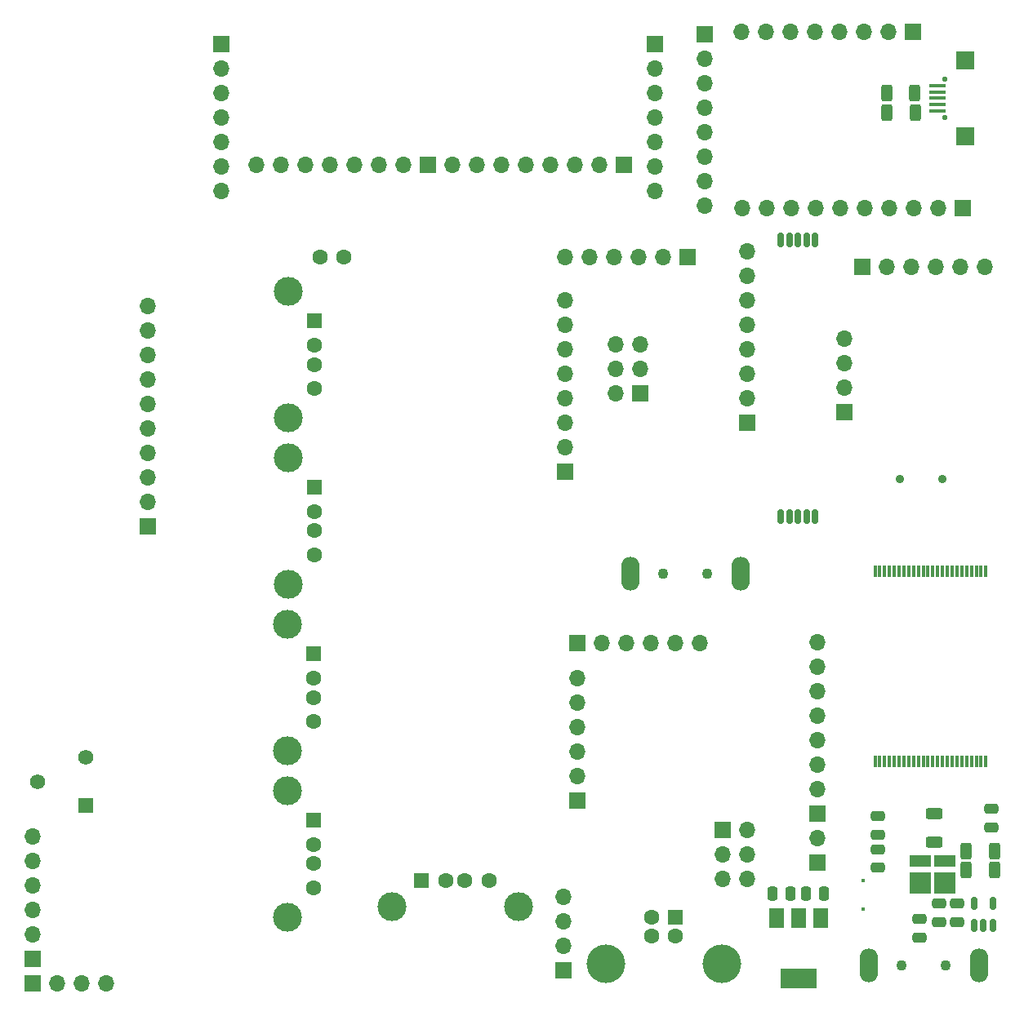
<source format=gbr>
%TF.GenerationSoftware,KiCad,Pcbnew,(6.0.5)*%
%TF.CreationDate,2023-05-31T00:43:39+03:00*%
%TF.ProjectId,JLC1,4a4c4331-2e6b-4696-9361-645f70636258,rev?*%
%TF.SameCoordinates,Original*%
%TF.FileFunction,Soldermask,Bot*%
%TF.FilePolarity,Negative*%
%FSLAX46Y46*%
G04 Gerber Fmt 4.6, Leading zero omitted, Abs format (unit mm)*
G04 Created by KiCad (PCBNEW (6.0.5)) date 2023-05-31 00:43:39*
%MOMM*%
%LPD*%
G01*
G04 APERTURE LIST*
G04 Aperture macros list*
%AMRoundRect*
0 Rectangle with rounded corners*
0 $1 Rounding radius*
0 $2 $3 $4 $5 $6 $7 $8 $9 X,Y pos of 4 corners*
0 Add a 4 corners polygon primitive as box body*
4,1,4,$2,$3,$4,$5,$6,$7,$8,$9,$2,$3,0*
0 Add four circle primitives for the rounded corners*
1,1,$1+$1,$2,$3*
1,1,$1+$1,$4,$5*
1,1,$1+$1,$6,$7*
1,1,$1+$1,$8,$9*
0 Add four rect primitives between the rounded corners*
20,1,$1+$1,$2,$3,$4,$5,0*
20,1,$1+$1,$4,$5,$6,$7,0*
20,1,$1+$1,$6,$7,$8,$9,0*
20,1,$1+$1,$8,$9,$2,$3,0*%
G04 Aperture macros list end*
%ADD10R,1.600000X1.600000*%
%ADD11C,1.600000*%
%ADD12C,4.000000*%
%ADD13R,1.700000X1.700000*%
%ADD14O,1.700000X1.700000*%
%ADD15R,1.500000X1.600000*%
%ADD16C,3.000000*%
%ADD17R,1.600000X1.500000*%
%ADD18C,0.425000*%
%ADD19C,0.900000*%
%ADD20C,1.100000*%
%ADD21O,1.900000X3.500000*%
%ADD22RoundRect,0.175000X0.175000X0.575000X-0.175000X0.575000X-0.175000X-0.575000X0.175000X-0.575000X0*%
%ADD23R,2.200000X2.200000*%
%ADD24R,2.200000X1.250000*%
%ADD25RoundRect,0.250000X0.475000X-0.250000X0.475000X0.250000X-0.475000X0.250000X-0.475000X-0.250000X0*%
%ADD26RoundRect,0.250000X0.312500X0.625000X-0.312500X0.625000X-0.312500X-0.625000X0.312500X-0.625000X0*%
%ADD27RoundRect,0.150000X0.150000X-0.512500X0.150000X0.512500X-0.150000X0.512500X-0.150000X-0.512500X0*%
%ADD28R,1.500000X2.000000*%
%ADD29R,3.800000X2.000000*%
%ADD30RoundRect,0.250000X-0.250000X-0.475000X0.250000X-0.475000X0.250000X0.475000X-0.250000X0.475000X0*%
%ADD31R,0.300000X1.275000*%
%ADD32RoundRect,0.250000X-0.312500X-0.625000X0.312500X-0.625000X0.312500X0.625000X-0.312500X0.625000X0*%
%ADD33C,0.550000*%
%ADD34R,1.800000X0.400000*%
%ADD35R,1.900000X1.900000*%
%ADD36R,1.560000X1.560000*%
%ADD37C,1.560000*%
%ADD38RoundRect,0.250000X0.625000X-0.312500X0.625000X0.312500X-0.625000X0.312500X-0.625000X-0.312500X0*%
G04 APERTURE END LIST*
D10*
%TO.C,USB*%
X172314500Y-124345000D03*
D11*
X169814500Y-124345000D03*
X169814500Y-126345000D03*
X172314500Y-126345000D03*
D12*
X177064500Y-129205000D03*
X165064500Y-129205000D03*
%TD*%
D13*
%TO.C,REF\u002A\u002A*%
X105660000Y-128670000D03*
D14*
X105660000Y-126130000D03*
X105660000Y-123590000D03*
X105660000Y-121050000D03*
X105660000Y-118510000D03*
X105660000Y-115970000D03*
%TD*%
D13*
%TO.C,REF\u002A\u002A*%
X170200000Y-33745600D03*
D14*
X170200000Y-36285600D03*
X170200000Y-38825600D03*
X170200000Y-41365600D03*
X170200000Y-43905600D03*
X170200000Y-46445600D03*
X170200000Y-48985600D03*
%TD*%
D13*
%TO.C,REF\u002A\u002A*%
X173545000Y-55845000D03*
D14*
X171005000Y-55845000D03*
X168465000Y-55845000D03*
X165925000Y-55845000D03*
X163385000Y-55845000D03*
X160845000Y-55845000D03*
%TD*%
D13*
%TO.C,REF\u002A\u002A*%
X146665872Y-46332500D03*
D14*
X144125872Y-46332500D03*
X141585872Y-46332500D03*
X139045872Y-46332500D03*
X136505872Y-46332500D03*
X133965872Y-46332500D03*
X131425872Y-46332500D03*
X128885872Y-46332500D03*
%TD*%
D11*
%TO.C,22pF*%
X135445000Y-55895000D03*
X137945000Y-55895000D03*
%TD*%
D15*
%TO.C,USB1*%
X134780000Y-114290000D03*
D11*
X134780000Y-116790000D03*
X134780000Y-118790000D03*
X134780000Y-121290000D03*
D16*
X132070000Y-111220000D03*
X132070000Y-124360000D03*
%TD*%
D13*
%TO.C,REF\u002A\u002A*%
X187014500Y-113595000D03*
D14*
X187014500Y-111055000D03*
X187014500Y-108515000D03*
X187014500Y-105975000D03*
X187014500Y-103435000D03*
X187014500Y-100895000D03*
X187014500Y-98355000D03*
X187014500Y-95815000D03*
%TD*%
D13*
%TO.C,REF\u002A\u002A*%
X179720000Y-73060000D03*
D14*
X179720000Y-70520000D03*
X179720000Y-67980000D03*
X179720000Y-65440000D03*
X179720000Y-62900000D03*
X179720000Y-60360000D03*
X179720000Y-57820000D03*
X179720000Y-55280000D03*
%TD*%
D13*
%TO.C,REF\u002A\u002A*%
X189795000Y-71953750D03*
D14*
X189795000Y-69413750D03*
X189795000Y-66873750D03*
X189795000Y-64333750D03*
%TD*%
D13*
%TO.C,REF\u002A\u002A*%
X162135000Y-112276400D03*
D14*
X162135000Y-109736400D03*
X162135000Y-107196400D03*
X162135000Y-104656400D03*
X162135000Y-102116400D03*
X162135000Y-99576400D03*
%TD*%
D13*
%TO.C,REF\u002A\u002A*%
X177160000Y-115264000D03*
D14*
X179700000Y-115264000D03*
X177160000Y-117804000D03*
X179700000Y-117804000D03*
X177160000Y-120344000D03*
X179700000Y-120344000D03*
%TD*%
D13*
%TO.C,REF\u002A\u002A*%
X105640000Y-131240000D03*
D14*
X108180000Y-131240000D03*
X110720000Y-131240000D03*
X113260000Y-131240000D03*
%TD*%
D15*
%TO.C,USB2*%
X134805000Y-97040000D03*
D11*
X134805000Y-99540000D03*
X134805000Y-101540000D03*
X134805000Y-104040000D03*
D16*
X132095000Y-93970000D03*
X132095000Y-107110000D03*
%TD*%
D13*
%TO.C,REF\u002A\u002A*%
X166965872Y-46332500D03*
D14*
X164425872Y-46332500D03*
X161885872Y-46332500D03*
X159345872Y-46332500D03*
X156805872Y-46332500D03*
X154265872Y-46332500D03*
X151725872Y-46332500D03*
X149185872Y-46332500D03*
%TD*%
D13*
%TO.C,REF\u002A\u002A*%
X162089500Y-95870000D03*
D14*
X164629500Y-95870000D03*
X167169500Y-95870000D03*
X169709500Y-95870000D03*
X172249500Y-95870000D03*
X174789500Y-95870000D03*
%TD*%
D17*
%TO.C,USB_0*%
X145970000Y-120560000D03*
D11*
X148470000Y-120560000D03*
X150470000Y-120560000D03*
X152970000Y-120560000D03*
D16*
X142900000Y-123270000D03*
X156040000Y-123270000D03*
%TD*%
D18*
%TO.C,SW1*%
X191735000Y-120525000D03*
X191735000Y-123525000D03*
%TD*%
D13*
%TO.C,REF\u002A\u002A*%
X160870000Y-78145000D03*
D14*
X160870000Y-75605000D03*
X160870000Y-73065000D03*
X160870000Y-70525000D03*
X160870000Y-67985000D03*
X160870000Y-65445000D03*
X160870000Y-62905000D03*
X160870000Y-60365000D03*
%TD*%
D13*
%TO.C,REF\u002A\u002A*%
X125220000Y-33732500D03*
D14*
X125220000Y-36272500D03*
X125220000Y-38812500D03*
X125220000Y-41352500D03*
X125220000Y-43892500D03*
X125220000Y-46432500D03*
X125220000Y-48972500D03*
%TD*%
D13*
%TO.C,REF\u002A\u002A*%
X160664500Y-129830000D03*
D14*
X160664500Y-127290000D03*
X160664500Y-124750000D03*
X160664500Y-122210000D03*
%TD*%
D13*
%TO.C,-BAT+*%
X187014500Y-118695000D03*
D14*
X187014500Y-116155000D03*
%TD*%
D19*
%TO.C,USB*%
X195545000Y-78926250D03*
X199945000Y-78926250D03*
%TD*%
D13*
%TO.C,REF\u002A\u002A*%
X202070000Y-50745000D03*
D14*
X199530000Y-50745000D03*
X196990000Y-50745000D03*
X194450000Y-50745000D03*
X191910000Y-50745000D03*
X189370000Y-50745000D03*
X186830000Y-50745000D03*
X184290000Y-50745000D03*
X181750000Y-50745000D03*
X179210000Y-50745000D03*
%TD*%
D20*
%TO.C,J1*%
X195735000Y-129325000D03*
X200335000Y-129325000D03*
D21*
X192335000Y-129325000D03*
X203735000Y-129325000D03*
%TD*%
D20*
%TO.C,USB_0*%
X175620000Y-88688750D03*
X171020000Y-88688750D03*
D21*
X179020000Y-88688750D03*
X167620000Y-88688750D03*
%TD*%
D13*
%TO.C,REF\u002A\u002A*%
X191680000Y-56876250D03*
D14*
X194220000Y-56876250D03*
X196760000Y-56876250D03*
X199300000Y-56876250D03*
X201840000Y-56876250D03*
X204380000Y-56876250D03*
%TD*%
D13*
%TO.C,REF\u002A\u002A*%
X175345000Y-32720000D03*
D14*
X175345000Y-35260000D03*
X175345000Y-37800000D03*
X175345000Y-40340000D03*
X175345000Y-42880000D03*
X175345000Y-45420000D03*
X175345000Y-47960000D03*
X175345000Y-50500000D03*
%TD*%
D15*
%TO.C,USB3*%
X134830000Y-79745000D03*
D11*
X134830000Y-82245000D03*
X134830000Y-84245000D03*
X134830000Y-86745000D03*
D16*
X132120000Y-89815000D03*
X132120000Y-76675000D03*
%TD*%
D13*
%TO.C,REF\u002A\u002A*%
X168620000Y-70020000D03*
D14*
X166080000Y-70020000D03*
X168620000Y-67480000D03*
X166080000Y-67480000D03*
X168620000Y-64940000D03*
X166080000Y-64940000D03*
%TD*%
D13*
%TO.C,REF\u002A\u002A*%
X196885000Y-32520000D03*
D14*
X194345000Y-32520000D03*
X191805000Y-32520000D03*
X189265000Y-32520000D03*
X186725000Y-32520000D03*
X184185000Y-32520000D03*
X181645000Y-32520000D03*
X179105000Y-32520000D03*
%TD*%
D15*
%TO.C,USB4*%
X134855000Y-62495000D03*
D11*
X134855000Y-64995000D03*
X134855000Y-66995000D03*
X134855000Y-69495000D03*
D16*
X132145000Y-59425000D03*
X132145000Y-72565000D03*
%TD*%
D22*
%TO.C,*%
X184995000Y-54070000D03*
%TD*%
%TO.C,*%
X186795000Y-82745000D03*
%TD*%
D23*
%TO.C,D2*%
X197645000Y-120765000D03*
D24*
X197645000Y-118490000D03*
%TD*%
D25*
%TO.C,C12*%
X199670000Y-124855000D03*
X199670000Y-122955000D03*
%TD*%
D22*
%TO.C,*%
X184095000Y-82745000D03*
%TD*%
D25*
%TO.C,C10*%
X193315000Y-119215000D03*
X193315000Y-117315000D03*
%TD*%
D26*
%TO.C,R1*%
X205347500Y-117500000D03*
X202422500Y-117500000D03*
%TD*%
D22*
%TO.C,*%
X183195000Y-82745000D03*
%TD*%
D27*
%TO.C,U1*%
X205185000Y-125175000D03*
X204235000Y-125175000D03*
X203285000Y-125175000D03*
X203285000Y-122900000D03*
X205185000Y-122900000D03*
%TD*%
D25*
%TO.C,C3*%
X197632500Y-126437500D03*
X197632500Y-124537500D03*
%TD*%
D28*
%TO.C,78L05*%
X182789500Y-124405000D03*
X185089500Y-124405000D03*
X187389500Y-124405000D03*
D29*
X185089500Y-130705000D03*
%TD*%
D30*
%TO.C,100uF*%
X185814500Y-121905000D03*
X187714500Y-121905000D03*
%TD*%
D31*
%TO.C,m2*%
X192985000Y-88475000D03*
X193485000Y-88475000D03*
X193985000Y-88475000D03*
X194485000Y-88475000D03*
X194985000Y-88475000D03*
X195485000Y-88475000D03*
X195985000Y-88475000D03*
X196485000Y-88475000D03*
X196985000Y-88475000D03*
X197485000Y-88475000D03*
X197985000Y-88475000D03*
X198485000Y-88475000D03*
X198985000Y-88475000D03*
X199485000Y-88475000D03*
X199985000Y-88475000D03*
X200485000Y-88475000D03*
X200985000Y-88475000D03*
X201485000Y-88475000D03*
X201985000Y-88475000D03*
X202485000Y-88475000D03*
X202985000Y-88475000D03*
X203485000Y-88475000D03*
X203985000Y-88475000D03*
X204485000Y-88475000D03*
X204485000Y-108151000D03*
X203985000Y-108151000D03*
X203485000Y-108151000D03*
X202985000Y-108151000D03*
X202485000Y-108151000D03*
X201985000Y-108151000D03*
X201485000Y-108151000D03*
X200985000Y-108151000D03*
X200485000Y-108151000D03*
X199985000Y-108151000D03*
X199485000Y-108151000D03*
X198985000Y-108151000D03*
X198485000Y-108151000D03*
X197985000Y-108151000D03*
X197485000Y-108151000D03*
X196985000Y-108151000D03*
X196485000Y-108151000D03*
X195985000Y-108151000D03*
X195485000Y-108151000D03*
X194985000Y-108151000D03*
X194485000Y-108151000D03*
X193985000Y-108151000D03*
X193485000Y-108151000D03*
X192985000Y-108151000D03*
%TD*%
D30*
%TO.C,100uF*%
X182314500Y-121905000D03*
X184214500Y-121905000D03*
%TD*%
D22*
%TO.C,*%
X184995000Y-82745000D03*
%TD*%
D32*
%TO.C,22R*%
X194207500Y-40870000D03*
X197132500Y-40870000D03*
%TD*%
D26*
%TO.C,R2*%
X205347500Y-119475000D03*
X202422500Y-119475000D03*
%TD*%
D22*
%TO.C,*%
X185895000Y-82745000D03*
%TD*%
D33*
%TO.C,REF\u002A\u002A*%
X200220000Y-41370000D03*
X200220000Y-37370000D03*
D34*
X199470000Y-38070000D03*
X199470000Y-38720000D03*
X199470000Y-39370000D03*
X199470000Y-40020000D03*
X199470000Y-40670000D03*
D35*
X202370000Y-35420000D03*
X202370000Y-43320000D03*
%TD*%
D13*
%TO.C,REF\u002A\u002A*%
X117620000Y-83770000D03*
D14*
X117620000Y-81230000D03*
X117620000Y-78690000D03*
X117620000Y-76150000D03*
X117620000Y-73610000D03*
X117620000Y-71070000D03*
X117620000Y-68530000D03*
X117620000Y-65990000D03*
X117620000Y-63450000D03*
X117620000Y-60910000D03*
%TD*%
D25*
%TO.C,C9*%
X193315000Y-115765000D03*
X193315000Y-113865000D03*
%TD*%
D22*
%TO.C,*%
X183195000Y-54070000D03*
%TD*%
%TO.C,*%
X186795000Y-54070000D03*
%TD*%
D25*
%TO.C,C14*%
X205025000Y-115025000D03*
X205025000Y-113125000D03*
%TD*%
D36*
%TO.C,1K*%
X111185000Y-112770000D03*
D37*
X106185000Y-110270000D03*
X111185000Y-107770000D03*
%TD*%
D22*
%TO.C,*%
X185895000Y-54070000D03*
%TD*%
D25*
%TO.C,C11*%
X201462500Y-124857500D03*
X201462500Y-122957500D03*
%TD*%
D32*
%TO.C,22R*%
X194182500Y-38870000D03*
X197107500Y-38870000D03*
%TD*%
D38*
%TO.C,R4*%
X199105000Y-116547500D03*
X199105000Y-113622500D03*
%TD*%
D22*
%TO.C,*%
X184095000Y-54070000D03*
%TD*%
D23*
%TO.C,D1*%
X200260000Y-120775000D03*
D24*
X200260000Y-118500000D03*
%TD*%
M02*

</source>
